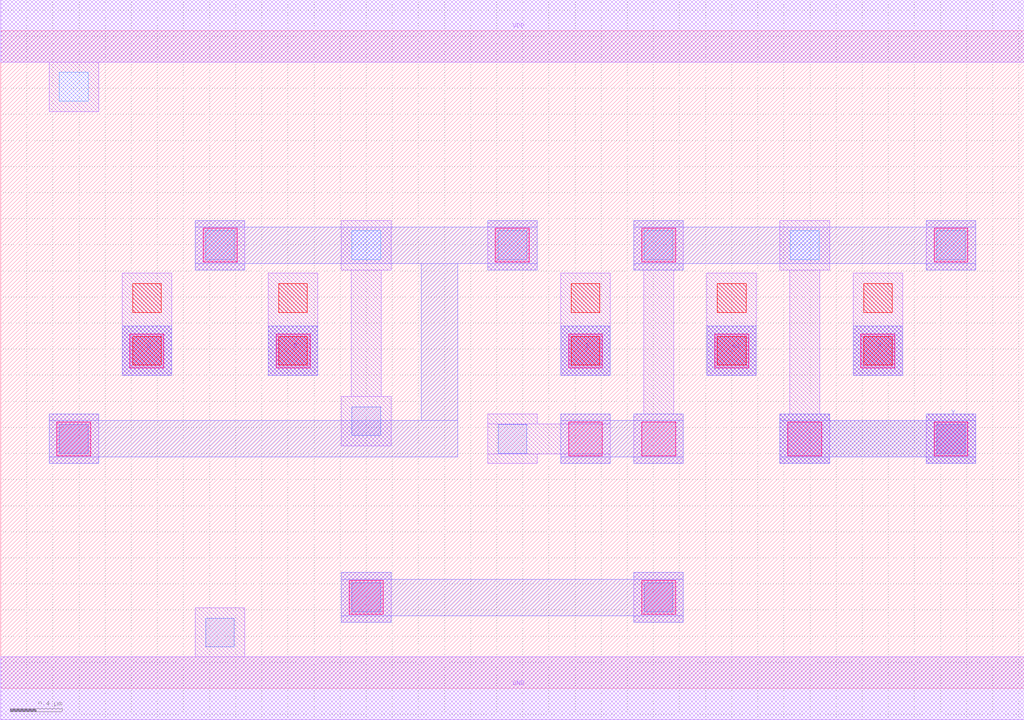
<source format=lef>
MACRO AOAOI2111
 CLASS CORE ;
 FOREIGN AOAOI2111 0 0 ;
 SIZE 7.84 BY 5.04 ;
 ORIGIN 0 0 ;
 SYMMETRY X Y R90 ;
 SITE unit ;
  PIN VDD
   DIRECTION INOUT ;
   USE POWER ;
   SHAPE ABUTMENT ;
    PORT
     CLASS CORE ;
       LAYER met1 ;
        RECT 0.00000000 4.80000000 7.84000000 5.28000000 ;
    END
  END VDD

  PIN GND
   DIRECTION INOUT ;
   USE POWER ;
   SHAPE ABUTMENT ;
    PORT
     CLASS CORE ;
       LAYER met1 ;
        RECT 0.00000000 -0.24000000 7.84000000 0.24000000 ;
    END
  END GND

  PIN Y
   DIRECTION INOUT ;
   USE SIGNAL ;
   SHAPE ABUTMENT ;
    PORT
     CLASS CORE ;
       LAYER met2 ;
        RECT 5.97000000 1.72200000 6.35000000 1.77200000 ;
        RECT 7.09000000 1.72200000 7.47000000 1.77200000 ;
        RECT 5.97000000 1.77200000 7.47000000 2.05200000 ;
        RECT 5.97000000 2.05200000 6.35000000 2.10200000 ;
        RECT 7.09000000 2.05200000 7.47000000 2.10200000 ;
    END
  END Y

  PIN C
   DIRECTION INOUT ;
   USE SIGNAL ;
   SHAPE ABUTMENT ;
    PORT
     CLASS CORE ;
       LAYER met2 ;
        RECT 2.05000000 2.39700000 2.43000000 2.77700000 ;
    END
  END C

  PIN A
   DIRECTION INOUT ;
   USE SIGNAL ;
   SHAPE ABUTMENT ;
    PORT
     CLASS CORE ;
       LAYER met2 ;
        RECT 6.53000000 2.39700000 6.91000000 2.77700000 ;
    END
  END A

  PIN D
   DIRECTION INOUT ;
   USE SIGNAL ;
   SHAPE ABUTMENT ;
    PORT
     CLASS CORE ;
       LAYER met2 ;
        RECT 0.93000000 2.39700000 1.31000000 2.77700000 ;
    END
  END D

  PIN A1
   DIRECTION INOUT ;
   USE SIGNAL ;
   SHAPE ABUTMENT ;
    PORT
     CLASS CORE ;
       LAYER met2 ;
        RECT 5.41000000 2.39700000 5.79000000 2.77700000 ;
    END
  END A1

  PIN B
   DIRECTION INOUT ;
   USE SIGNAL ;
   SHAPE ABUTMENT ;
    PORT
     CLASS CORE ;
       LAYER met2 ;
        RECT 4.29000000 2.39700000 4.67000000 2.77700000 ;
    END
  END B

 OBS
    LAYER polycont ;
     RECT 1.01000000 2.47700000 1.23000000 2.69700000 ;
     RECT 2.13000000 2.47700000 2.35000000 2.69700000 ;
     RECT 4.37000000 2.47700000 4.59000000 2.69700000 ;
     RECT 5.49000000 2.47700000 5.71000000 2.69700000 ;
     RECT 6.61000000 2.47700000 6.83000000 2.69700000 ;
     RECT 1.01000000 2.88200000 1.23000000 3.10200000 ;
     RECT 2.13000000 2.88200000 2.35000000 3.10200000 ;
     RECT 4.37000000 2.88200000 4.59000000 3.10200000 ;
     RECT 5.49000000 2.88200000 5.71000000 3.10200000 ;
     RECT 6.61000000 2.88200000 6.83000000 3.10200000 ;

    LAYER pdiffc ;
     RECT 1.57000000 3.28700000 1.79000000 3.50700000 ;
     RECT 2.69000000 3.28700000 2.91000000 3.50700000 ;
     RECT 3.81000000 3.28700000 4.03000000 3.50700000 ;
     RECT 4.93000000 3.28700000 5.15000000 3.50700000 ;
     RECT 6.05000000 3.28700000 6.27000000 3.50700000 ;
     RECT 7.17000000 3.28700000 7.39000000 3.50700000 ;
     RECT 0.45000000 4.50200000 0.67000000 4.72200000 ;

    LAYER ndiffc ;
     RECT 1.57000000 0.31700000 1.79000000 0.53700000 ;
     RECT 2.69000000 0.58700000 2.91000000 0.80700000 ;
     RECT 4.93000000 0.58700000 5.15000000 0.80700000 ;
     RECT 0.45000000 1.80200000 0.67000000 2.02200000 ;
     RECT 3.81000000 1.80200000 4.03000000 2.02200000 ;
     RECT 7.17000000 1.80200000 7.39000000 2.02200000 ;
     RECT 2.69000000 1.93700000 2.91000000 2.15700000 ;

    LAYER met1 ;
     RECT 0.00000000 -0.24000000 7.84000000 0.24000000 ;
     RECT 1.49000000 0.24000000 1.87000000 0.61700000 ;
     RECT 2.61000000 0.50700000 2.99000000 0.88700000 ;
     RECT 4.85000000 0.50700000 5.23000000 0.88700000 ;
     RECT 0.37000000 1.72200000 0.75000000 2.10200000 ;
     RECT 3.73000000 1.72200000 4.11000000 1.79700000 ;
     RECT 4.29000000 1.72200000 4.67000000 1.79700000 ;
     RECT 3.73000000 1.79700000 4.67000000 2.02700000 ;
     RECT 3.73000000 2.02700000 4.11000000 2.10200000 ;
     RECT 4.29000000 2.02700000 4.67000000 2.10200000 ;
     RECT 7.09000000 1.72200000 7.47000000 2.10200000 ;
     RECT 0.93000000 2.39700000 1.31000000 3.18200000 ;
     RECT 2.05000000 2.39700000 2.43000000 3.18200000 ;
     RECT 4.29000000 2.39700000 4.67000000 3.18200000 ;
     RECT 5.41000000 2.39700000 5.79000000 3.18200000 ;
     RECT 6.53000000 2.39700000 6.91000000 3.18200000 ;
     RECT 1.49000000 3.20700000 1.87000000 3.58700000 ;
     RECT 2.61000000 1.85700000 2.99000000 2.23700000 ;
     RECT 2.68500000 2.23700000 2.91500000 3.20700000 ;
     RECT 2.61000000 3.20700000 2.99000000 3.58700000 ;
     RECT 3.73000000 3.20700000 4.11000000 3.58700000 ;
     RECT 4.85000000 1.72200000 5.23000000 2.10200000 ;
     RECT 4.92500000 2.10200000 5.15500000 3.20700000 ;
     RECT 4.85000000 3.20700000 5.23000000 3.58700000 ;
     RECT 5.97000000 1.72200000 6.35000000 2.10200000 ;
     RECT 6.04500000 2.10200000 6.27500000 3.20700000 ;
     RECT 5.97000000 3.20700000 6.35000000 3.58700000 ;
     RECT 7.09000000 3.20700000 7.47000000 3.58700000 ;
     RECT 0.37000000 4.42200000 0.75000000 4.80000000 ;
     RECT 0.00000000 4.80000000 7.84000000 5.28000000 ;

    LAYER via1 ;
     RECT 2.67000000 0.56700000 2.93000000 0.82700000 ;
     RECT 4.91000000 0.56700000 5.17000000 0.82700000 ;
     RECT 0.43000000 1.78200000 0.69000000 2.04200000 ;
     RECT 4.35000000 1.78200000 4.61000000 2.04200000 ;
     RECT 4.91000000 1.78200000 5.17000000 2.04200000 ;
     RECT 6.03000000 1.78200000 6.29000000 2.04200000 ;
     RECT 7.15000000 1.78200000 7.41000000 2.04200000 ;
     RECT 0.99000000 2.45700000 1.25000000 2.71700000 ;
     RECT 2.11000000 2.45700000 2.37000000 2.71700000 ;
     RECT 4.35000000 2.45700000 4.61000000 2.71700000 ;
     RECT 5.47000000 2.45700000 5.73000000 2.71700000 ;
     RECT 6.59000000 2.45700000 6.85000000 2.71700000 ;
     RECT 1.55000000 3.26700000 1.81000000 3.52700000 ;
     RECT 3.79000000 3.26700000 4.05000000 3.52700000 ;
     RECT 4.91000000 3.26700000 5.17000000 3.52700000 ;
     RECT 7.15000000 3.26700000 7.41000000 3.52700000 ;

    LAYER met2 ;
     RECT 2.61000000 0.50700000 2.99000000 0.55700000 ;
     RECT 4.85000000 0.50700000 5.23000000 0.55700000 ;
     RECT 2.61000000 0.55700000 5.23000000 0.83700000 ;
     RECT 2.61000000 0.83700000 2.99000000 0.88700000 ;
     RECT 4.85000000 0.83700000 5.23000000 0.88700000 ;
     RECT 4.29000000 1.72200000 4.67000000 1.77200000 ;
     RECT 4.85000000 1.72200000 5.23000000 1.77200000 ;
     RECT 4.29000000 1.77200000 5.23000000 2.05200000 ;
     RECT 4.29000000 2.05200000 4.67000000 2.10200000 ;
     RECT 4.85000000 2.05200000 5.23000000 2.10200000 ;
     RECT 5.97000000 1.72200000 6.35000000 1.77200000 ;
     RECT 7.09000000 1.72200000 7.47000000 1.77200000 ;
     RECT 5.97000000 1.77200000 7.47000000 2.05200000 ;
     RECT 5.97000000 2.05200000 6.35000000 2.10200000 ;
     RECT 7.09000000 2.05200000 7.47000000 2.10200000 ;
     RECT 0.93000000 2.39700000 1.31000000 2.77700000 ;
     RECT 2.05000000 2.39700000 2.43000000 2.77700000 ;
     RECT 4.29000000 2.39700000 4.67000000 2.77700000 ;
     RECT 5.41000000 2.39700000 5.79000000 2.77700000 ;
     RECT 6.53000000 2.39700000 6.91000000 2.77700000 ;
     RECT 0.37000000 1.72200000 0.75000000 1.77200000 ;
     RECT 0.37000000 1.77200000 3.50000000 2.05200000 ;
     RECT 0.37000000 2.05200000 0.75000000 2.10200000 ;
     RECT 1.49000000 3.20700000 1.87000000 3.25700000 ;
     RECT 3.22000000 2.05200000 3.50000000 3.25700000 ;
     RECT 3.73000000 3.20700000 4.11000000 3.25700000 ;
     RECT 1.49000000 3.25700000 4.11000000 3.53700000 ;
     RECT 1.49000000 3.53700000 1.87000000 3.58700000 ;
     RECT 3.73000000 3.53700000 4.11000000 3.58700000 ;
     RECT 4.85000000 3.20700000 5.23000000 3.25700000 ;
     RECT 7.09000000 3.20700000 7.47000000 3.25700000 ;
     RECT 4.85000000 3.25700000 7.47000000 3.53700000 ;
     RECT 4.85000000 3.53700000 5.23000000 3.58700000 ;
     RECT 7.09000000 3.53700000 7.47000000 3.58700000 ;

 END
END AOAOI2111

</source>
